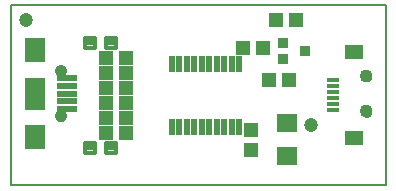
<source format=gts>
G75*
%MOIN*%
%OFA0B0*%
%FSLAX25Y25*%
%IPPOS*%
%LPD*%
%AMOC8*
5,1,8,0,0,1.08239X$1,22.5*
%
%ADD10C,0.00800*%
%ADD11R,0.02300X0.05300*%
%ADD12R,0.04737X0.05131*%
%ADD13R,0.05131X0.04737*%
%ADD14R,0.06509X0.02375*%
%ADD15C,0.00000*%
%ADD16C,0.04146*%
%ADD17R,0.06693X0.07874*%
%ADD18R,0.06693X0.10630*%
%ADD19R,0.07099X0.06312*%
%ADD20C,0.01421*%
%ADD21R,0.03556X0.03556*%
%ADD22C,0.04737*%
%ADD23R,0.06076X0.04737*%
%ADD24R,0.04331X0.01378*%
%ADD25C,0.04343*%
D10*
X0123333Y0058200D02*
X0248333Y0058200D01*
X0248333Y0118200D01*
X0123333Y0118200D01*
X0123333Y0058200D01*
D11*
X0177083Y0077650D03*
X0179583Y0077650D03*
X0182083Y0077650D03*
X0184583Y0077650D03*
X0187083Y0077650D03*
X0189583Y0077650D03*
X0192083Y0077650D03*
X0194583Y0077650D03*
X0197083Y0077650D03*
X0199583Y0077650D03*
X0199583Y0098750D03*
X0197083Y0098750D03*
X0194583Y0098750D03*
X0192083Y0098750D03*
X0189583Y0098750D03*
X0187083Y0098750D03*
X0184583Y0098750D03*
X0182083Y0098750D03*
X0179583Y0098750D03*
X0177083Y0098750D03*
D12*
X0203433Y0076746D03*
X0203433Y0070054D03*
D13*
X0161680Y0075700D03*
X0154987Y0075700D03*
X0154987Y0080700D03*
X0161680Y0080700D03*
X0161680Y0085700D03*
X0154987Y0085700D03*
X0154987Y0090700D03*
X0161680Y0090700D03*
X0161680Y0095700D03*
X0154987Y0095700D03*
X0154987Y0100700D03*
X0161680Y0100700D03*
X0200867Y0104050D03*
X0207560Y0104050D03*
X0211787Y0113200D03*
X0218480Y0113200D03*
X0216280Y0093200D03*
X0209587Y0093200D03*
D14*
X0142062Y0093818D03*
X0142062Y0091259D03*
X0142062Y0088700D03*
X0142062Y0086141D03*
X0142062Y0083582D03*
D15*
X0138322Y0081220D02*
X0138324Y0081301D01*
X0138330Y0081383D01*
X0138340Y0081464D01*
X0138354Y0081544D01*
X0138371Y0081623D01*
X0138393Y0081702D01*
X0138418Y0081779D01*
X0138447Y0081856D01*
X0138480Y0081930D01*
X0138517Y0082003D01*
X0138556Y0082074D01*
X0138600Y0082143D01*
X0138646Y0082210D01*
X0138696Y0082274D01*
X0138749Y0082336D01*
X0138805Y0082396D01*
X0138863Y0082452D01*
X0138925Y0082506D01*
X0138989Y0082557D01*
X0139055Y0082604D01*
X0139123Y0082648D01*
X0139194Y0082689D01*
X0139266Y0082726D01*
X0139341Y0082760D01*
X0139416Y0082790D01*
X0139494Y0082816D01*
X0139572Y0082839D01*
X0139651Y0082857D01*
X0139731Y0082872D01*
X0139812Y0082883D01*
X0139893Y0082890D01*
X0139975Y0082893D01*
X0140056Y0082892D01*
X0140137Y0082887D01*
X0140218Y0082878D01*
X0140299Y0082865D01*
X0140379Y0082848D01*
X0140457Y0082828D01*
X0140535Y0082803D01*
X0140612Y0082775D01*
X0140687Y0082743D01*
X0140760Y0082708D01*
X0140831Y0082669D01*
X0140901Y0082626D01*
X0140968Y0082581D01*
X0141034Y0082532D01*
X0141096Y0082480D01*
X0141156Y0082424D01*
X0141213Y0082366D01*
X0141268Y0082306D01*
X0141319Y0082242D01*
X0141367Y0082177D01*
X0141412Y0082109D01*
X0141454Y0082039D01*
X0141492Y0081967D01*
X0141527Y0081893D01*
X0141558Y0081818D01*
X0141585Y0081741D01*
X0141608Y0081663D01*
X0141628Y0081584D01*
X0141644Y0081504D01*
X0141656Y0081423D01*
X0141664Y0081342D01*
X0141668Y0081261D01*
X0141668Y0081179D01*
X0141664Y0081098D01*
X0141656Y0081017D01*
X0141644Y0080936D01*
X0141628Y0080856D01*
X0141608Y0080777D01*
X0141585Y0080699D01*
X0141558Y0080622D01*
X0141527Y0080547D01*
X0141492Y0080473D01*
X0141454Y0080401D01*
X0141412Y0080331D01*
X0141367Y0080263D01*
X0141319Y0080198D01*
X0141268Y0080134D01*
X0141213Y0080074D01*
X0141156Y0080016D01*
X0141096Y0079960D01*
X0141034Y0079908D01*
X0140968Y0079859D01*
X0140901Y0079814D01*
X0140832Y0079771D01*
X0140760Y0079732D01*
X0140687Y0079697D01*
X0140612Y0079665D01*
X0140535Y0079637D01*
X0140457Y0079612D01*
X0140379Y0079592D01*
X0140299Y0079575D01*
X0140218Y0079562D01*
X0140137Y0079553D01*
X0140056Y0079548D01*
X0139975Y0079547D01*
X0139893Y0079550D01*
X0139812Y0079557D01*
X0139731Y0079568D01*
X0139651Y0079583D01*
X0139572Y0079601D01*
X0139494Y0079624D01*
X0139416Y0079650D01*
X0139341Y0079680D01*
X0139266Y0079714D01*
X0139194Y0079751D01*
X0139123Y0079792D01*
X0139055Y0079836D01*
X0138989Y0079883D01*
X0138925Y0079934D01*
X0138863Y0079988D01*
X0138805Y0080044D01*
X0138749Y0080104D01*
X0138696Y0080166D01*
X0138646Y0080230D01*
X0138600Y0080297D01*
X0138556Y0080366D01*
X0138517Y0080437D01*
X0138480Y0080510D01*
X0138447Y0080584D01*
X0138418Y0080661D01*
X0138393Y0080738D01*
X0138371Y0080817D01*
X0138354Y0080896D01*
X0138340Y0080976D01*
X0138330Y0081057D01*
X0138324Y0081139D01*
X0138322Y0081220D01*
X0138322Y0096180D02*
X0138324Y0096261D01*
X0138330Y0096343D01*
X0138340Y0096424D01*
X0138354Y0096504D01*
X0138371Y0096583D01*
X0138393Y0096662D01*
X0138418Y0096739D01*
X0138447Y0096816D01*
X0138480Y0096890D01*
X0138517Y0096963D01*
X0138556Y0097034D01*
X0138600Y0097103D01*
X0138646Y0097170D01*
X0138696Y0097234D01*
X0138749Y0097296D01*
X0138805Y0097356D01*
X0138863Y0097412D01*
X0138925Y0097466D01*
X0138989Y0097517D01*
X0139055Y0097564D01*
X0139123Y0097608D01*
X0139194Y0097649D01*
X0139266Y0097686D01*
X0139341Y0097720D01*
X0139416Y0097750D01*
X0139494Y0097776D01*
X0139572Y0097799D01*
X0139651Y0097817D01*
X0139731Y0097832D01*
X0139812Y0097843D01*
X0139893Y0097850D01*
X0139975Y0097853D01*
X0140056Y0097852D01*
X0140137Y0097847D01*
X0140218Y0097838D01*
X0140299Y0097825D01*
X0140379Y0097808D01*
X0140457Y0097788D01*
X0140535Y0097763D01*
X0140612Y0097735D01*
X0140687Y0097703D01*
X0140760Y0097668D01*
X0140831Y0097629D01*
X0140901Y0097586D01*
X0140968Y0097541D01*
X0141034Y0097492D01*
X0141096Y0097440D01*
X0141156Y0097384D01*
X0141213Y0097326D01*
X0141268Y0097266D01*
X0141319Y0097202D01*
X0141367Y0097137D01*
X0141412Y0097069D01*
X0141454Y0096999D01*
X0141492Y0096927D01*
X0141527Y0096853D01*
X0141558Y0096778D01*
X0141585Y0096701D01*
X0141608Y0096623D01*
X0141628Y0096544D01*
X0141644Y0096464D01*
X0141656Y0096383D01*
X0141664Y0096302D01*
X0141668Y0096221D01*
X0141668Y0096139D01*
X0141664Y0096058D01*
X0141656Y0095977D01*
X0141644Y0095896D01*
X0141628Y0095816D01*
X0141608Y0095737D01*
X0141585Y0095659D01*
X0141558Y0095582D01*
X0141527Y0095507D01*
X0141492Y0095433D01*
X0141454Y0095361D01*
X0141412Y0095291D01*
X0141367Y0095223D01*
X0141319Y0095158D01*
X0141268Y0095094D01*
X0141213Y0095034D01*
X0141156Y0094976D01*
X0141096Y0094920D01*
X0141034Y0094868D01*
X0140968Y0094819D01*
X0140901Y0094774D01*
X0140832Y0094731D01*
X0140760Y0094692D01*
X0140687Y0094657D01*
X0140612Y0094625D01*
X0140535Y0094597D01*
X0140457Y0094572D01*
X0140379Y0094552D01*
X0140299Y0094535D01*
X0140218Y0094522D01*
X0140137Y0094513D01*
X0140056Y0094508D01*
X0139975Y0094507D01*
X0139893Y0094510D01*
X0139812Y0094517D01*
X0139731Y0094528D01*
X0139651Y0094543D01*
X0139572Y0094561D01*
X0139494Y0094584D01*
X0139416Y0094610D01*
X0139341Y0094640D01*
X0139266Y0094674D01*
X0139194Y0094711D01*
X0139123Y0094752D01*
X0139055Y0094796D01*
X0138989Y0094843D01*
X0138925Y0094894D01*
X0138863Y0094948D01*
X0138805Y0095004D01*
X0138749Y0095064D01*
X0138696Y0095126D01*
X0138646Y0095190D01*
X0138600Y0095257D01*
X0138556Y0095326D01*
X0138517Y0095397D01*
X0138480Y0095470D01*
X0138447Y0095544D01*
X0138418Y0095621D01*
X0138393Y0095698D01*
X0138371Y0095777D01*
X0138354Y0095856D01*
X0138340Y0095936D01*
X0138330Y0096017D01*
X0138324Y0096099D01*
X0138322Y0096180D01*
X0240061Y0094606D02*
X0240063Y0094690D01*
X0240069Y0094773D01*
X0240079Y0094856D01*
X0240093Y0094939D01*
X0240110Y0095021D01*
X0240132Y0095102D01*
X0240157Y0095181D01*
X0240186Y0095260D01*
X0240219Y0095337D01*
X0240255Y0095412D01*
X0240295Y0095486D01*
X0240338Y0095558D01*
X0240385Y0095627D01*
X0240435Y0095694D01*
X0240488Y0095759D01*
X0240544Y0095821D01*
X0240602Y0095881D01*
X0240664Y0095938D01*
X0240728Y0095991D01*
X0240795Y0096042D01*
X0240864Y0096089D01*
X0240935Y0096134D01*
X0241008Y0096174D01*
X0241083Y0096211D01*
X0241160Y0096245D01*
X0241238Y0096275D01*
X0241317Y0096301D01*
X0241398Y0096324D01*
X0241480Y0096342D01*
X0241562Y0096357D01*
X0241645Y0096368D01*
X0241728Y0096375D01*
X0241812Y0096378D01*
X0241896Y0096377D01*
X0241979Y0096372D01*
X0242063Y0096363D01*
X0242145Y0096350D01*
X0242227Y0096334D01*
X0242308Y0096313D01*
X0242389Y0096289D01*
X0242467Y0096261D01*
X0242545Y0096229D01*
X0242621Y0096193D01*
X0242695Y0096154D01*
X0242767Y0096112D01*
X0242837Y0096066D01*
X0242905Y0096017D01*
X0242970Y0095965D01*
X0243033Y0095910D01*
X0243093Y0095852D01*
X0243151Y0095791D01*
X0243205Y0095727D01*
X0243257Y0095661D01*
X0243305Y0095593D01*
X0243350Y0095522D01*
X0243391Y0095449D01*
X0243430Y0095375D01*
X0243464Y0095299D01*
X0243495Y0095221D01*
X0243522Y0095142D01*
X0243546Y0095061D01*
X0243565Y0094980D01*
X0243581Y0094898D01*
X0243593Y0094815D01*
X0243601Y0094731D01*
X0243605Y0094648D01*
X0243605Y0094564D01*
X0243601Y0094481D01*
X0243593Y0094397D01*
X0243581Y0094314D01*
X0243565Y0094232D01*
X0243546Y0094151D01*
X0243522Y0094070D01*
X0243495Y0093991D01*
X0243464Y0093913D01*
X0243430Y0093837D01*
X0243391Y0093763D01*
X0243350Y0093690D01*
X0243305Y0093619D01*
X0243257Y0093551D01*
X0243205Y0093485D01*
X0243151Y0093421D01*
X0243093Y0093360D01*
X0243033Y0093302D01*
X0242970Y0093247D01*
X0242905Y0093195D01*
X0242837Y0093146D01*
X0242767Y0093100D01*
X0242695Y0093058D01*
X0242621Y0093019D01*
X0242545Y0092983D01*
X0242467Y0092951D01*
X0242389Y0092923D01*
X0242308Y0092899D01*
X0242227Y0092878D01*
X0242145Y0092862D01*
X0242063Y0092849D01*
X0241979Y0092840D01*
X0241896Y0092835D01*
X0241812Y0092834D01*
X0241728Y0092837D01*
X0241645Y0092844D01*
X0241562Y0092855D01*
X0241480Y0092870D01*
X0241398Y0092888D01*
X0241317Y0092911D01*
X0241238Y0092937D01*
X0241160Y0092967D01*
X0241083Y0093001D01*
X0241008Y0093038D01*
X0240935Y0093078D01*
X0240864Y0093123D01*
X0240795Y0093170D01*
X0240728Y0093221D01*
X0240664Y0093274D01*
X0240602Y0093331D01*
X0240544Y0093391D01*
X0240488Y0093453D01*
X0240435Y0093518D01*
X0240385Y0093585D01*
X0240338Y0093654D01*
X0240295Y0093726D01*
X0240255Y0093800D01*
X0240219Y0093875D01*
X0240186Y0093952D01*
X0240157Y0094031D01*
X0240132Y0094110D01*
X0240110Y0094191D01*
X0240093Y0094273D01*
X0240079Y0094356D01*
X0240069Y0094439D01*
X0240063Y0094522D01*
X0240061Y0094606D01*
X0240061Y0082794D02*
X0240063Y0082878D01*
X0240069Y0082961D01*
X0240079Y0083044D01*
X0240093Y0083127D01*
X0240110Y0083209D01*
X0240132Y0083290D01*
X0240157Y0083369D01*
X0240186Y0083448D01*
X0240219Y0083525D01*
X0240255Y0083600D01*
X0240295Y0083674D01*
X0240338Y0083746D01*
X0240385Y0083815D01*
X0240435Y0083882D01*
X0240488Y0083947D01*
X0240544Y0084009D01*
X0240602Y0084069D01*
X0240664Y0084126D01*
X0240728Y0084179D01*
X0240795Y0084230D01*
X0240864Y0084277D01*
X0240935Y0084322D01*
X0241008Y0084362D01*
X0241083Y0084399D01*
X0241160Y0084433D01*
X0241238Y0084463D01*
X0241317Y0084489D01*
X0241398Y0084512D01*
X0241480Y0084530D01*
X0241562Y0084545D01*
X0241645Y0084556D01*
X0241728Y0084563D01*
X0241812Y0084566D01*
X0241896Y0084565D01*
X0241979Y0084560D01*
X0242063Y0084551D01*
X0242145Y0084538D01*
X0242227Y0084522D01*
X0242308Y0084501D01*
X0242389Y0084477D01*
X0242467Y0084449D01*
X0242545Y0084417D01*
X0242621Y0084381D01*
X0242695Y0084342D01*
X0242767Y0084300D01*
X0242837Y0084254D01*
X0242905Y0084205D01*
X0242970Y0084153D01*
X0243033Y0084098D01*
X0243093Y0084040D01*
X0243151Y0083979D01*
X0243205Y0083915D01*
X0243257Y0083849D01*
X0243305Y0083781D01*
X0243350Y0083710D01*
X0243391Y0083637D01*
X0243430Y0083563D01*
X0243464Y0083487D01*
X0243495Y0083409D01*
X0243522Y0083330D01*
X0243546Y0083249D01*
X0243565Y0083168D01*
X0243581Y0083086D01*
X0243593Y0083003D01*
X0243601Y0082919D01*
X0243605Y0082836D01*
X0243605Y0082752D01*
X0243601Y0082669D01*
X0243593Y0082585D01*
X0243581Y0082502D01*
X0243565Y0082420D01*
X0243546Y0082339D01*
X0243522Y0082258D01*
X0243495Y0082179D01*
X0243464Y0082101D01*
X0243430Y0082025D01*
X0243391Y0081951D01*
X0243350Y0081878D01*
X0243305Y0081807D01*
X0243257Y0081739D01*
X0243205Y0081673D01*
X0243151Y0081609D01*
X0243093Y0081548D01*
X0243033Y0081490D01*
X0242970Y0081435D01*
X0242905Y0081383D01*
X0242837Y0081334D01*
X0242767Y0081288D01*
X0242695Y0081246D01*
X0242621Y0081207D01*
X0242545Y0081171D01*
X0242467Y0081139D01*
X0242389Y0081111D01*
X0242308Y0081087D01*
X0242227Y0081066D01*
X0242145Y0081050D01*
X0242063Y0081037D01*
X0241979Y0081028D01*
X0241896Y0081023D01*
X0241812Y0081022D01*
X0241728Y0081025D01*
X0241645Y0081032D01*
X0241562Y0081043D01*
X0241480Y0081058D01*
X0241398Y0081076D01*
X0241317Y0081099D01*
X0241238Y0081125D01*
X0241160Y0081155D01*
X0241083Y0081189D01*
X0241008Y0081226D01*
X0240935Y0081266D01*
X0240864Y0081311D01*
X0240795Y0081358D01*
X0240728Y0081409D01*
X0240664Y0081462D01*
X0240602Y0081519D01*
X0240544Y0081579D01*
X0240488Y0081641D01*
X0240435Y0081706D01*
X0240385Y0081773D01*
X0240338Y0081842D01*
X0240295Y0081914D01*
X0240255Y0081988D01*
X0240219Y0082063D01*
X0240186Y0082140D01*
X0240157Y0082219D01*
X0240132Y0082298D01*
X0240110Y0082379D01*
X0240093Y0082461D01*
X0240079Y0082544D01*
X0240069Y0082627D01*
X0240063Y0082710D01*
X0240061Y0082794D01*
D16*
X0139995Y0081220D03*
X0139995Y0096180D03*
D17*
X0131333Y0103204D03*
X0131333Y0074196D03*
D18*
X0131333Y0088700D03*
D19*
X0215433Y0078812D03*
X0215433Y0067788D03*
D20*
X0155128Y0069042D02*
X0155128Y0072358D01*
X0158444Y0072358D01*
X0158444Y0069042D01*
X0155128Y0069042D01*
X0155128Y0070462D02*
X0158444Y0070462D01*
X0158444Y0071882D02*
X0155128Y0071882D01*
X0148223Y0072358D02*
X0148223Y0069042D01*
X0148223Y0072358D02*
X0151539Y0072358D01*
X0151539Y0069042D01*
X0148223Y0069042D01*
X0148223Y0070462D02*
X0151539Y0070462D01*
X0151539Y0071882D02*
X0148223Y0071882D01*
X0148223Y0104042D02*
X0148223Y0107358D01*
X0151539Y0107358D01*
X0151539Y0104042D01*
X0148223Y0104042D01*
X0148223Y0105462D02*
X0151539Y0105462D01*
X0151539Y0106882D02*
X0148223Y0106882D01*
X0155128Y0107358D02*
X0155128Y0104042D01*
X0155128Y0107358D02*
X0158444Y0107358D01*
X0158444Y0104042D01*
X0155128Y0104042D01*
X0155128Y0105462D02*
X0158444Y0105462D01*
X0158444Y0106882D02*
X0155128Y0106882D01*
D21*
X0214092Y0105559D03*
X0221375Y0103000D03*
X0214092Y0100441D03*
D22*
X0223533Y0078250D03*
X0128333Y0113200D03*
D23*
X0237625Y0102521D03*
X0237625Y0073879D03*
D24*
X0230833Y0083279D03*
X0230833Y0085247D03*
X0230833Y0087216D03*
X0230833Y0089184D03*
X0230833Y0091153D03*
X0230833Y0093121D03*
D25*
X0241833Y0094606D03*
X0241833Y0082794D03*
M02*

</source>
